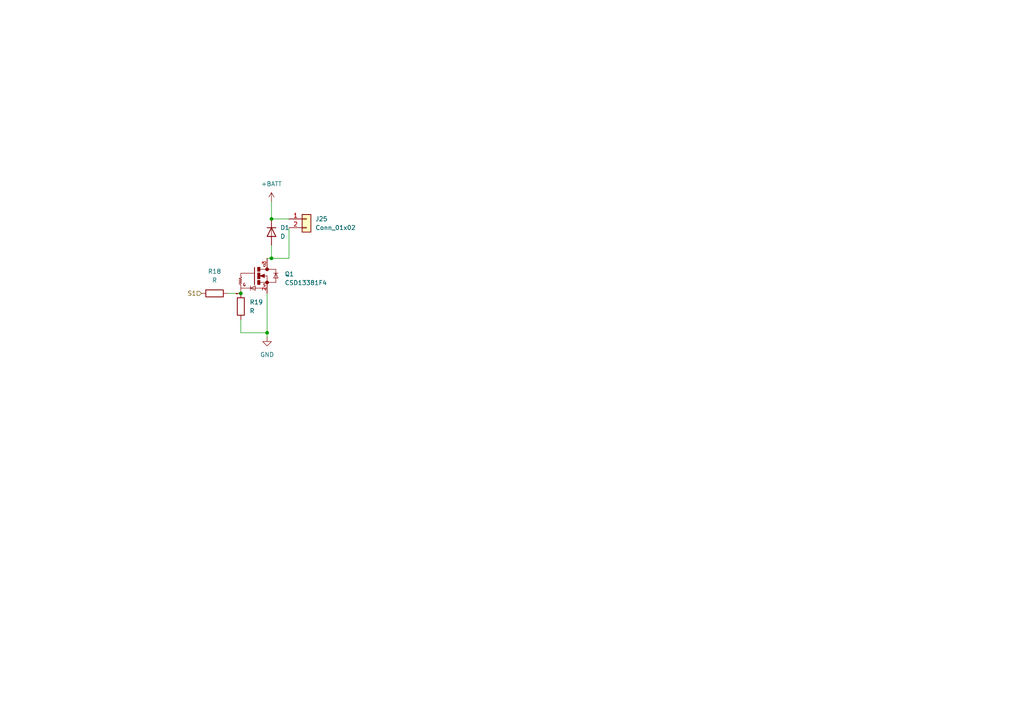
<source format=kicad_sch>
(kicad_sch (version 20250114) (generator "eeschema") (generator_version "9.0")
  (paper "A4")
  (lib_symbols
    (symbol "CSD13381F4:CSD13381F4" (pin_names (offset 1.016))
      (property "Reference" "Q" (at 7.6273 2.5424 0))
      (property "Value" "CSD13381F4" (at 7.6306 0 0))
      (symbol "CSD13381F4_0_0"
        (polyline (pts (xy -5.588 -0.762) (xy -4.826 -0.508)) (stroke (width 0.1524)))
        (polyline (pts (xy -5.588 -1.27) (xy -4.826 -1.016)) (stroke (width 0.1524)))
        (polyline (pts (xy -5.588 -1.778) (xy -4.826 -1.524)) (stroke (width 0.1524)))
        (polyline (pts (xy -5.588 -2.286) (xy -4.826 -2.032)) (stroke (width 0.1524)))
        (polyline (pts (xy -5.08 0.762) (xy -1.27 0.762)) (stroke (width 0.1524)))
        (polyline (pts (xy -5.08 -0.254) (xy -5.08 0.762)) (stroke (width 0.1524)))
        (polyline (pts (xy -5.08 -2.54) (xy -5.588 -2.286)) (stroke (width 0.1524)))
        (polyline (pts (xy -5.08 -3.556) (xy -5.08 -2.54)) (stroke (width 0.1524)))
        (polyline (pts (xy -5.08 -5.08) (xy -5.08 -3.556)) (stroke (width 0.1524)))
        (polyline (pts (xy -4.826 -0.508) (xy -5.08 -0.254)) (stroke (width 0.1524)))
        (polyline (pts (xy -4.826 -1.016) (xy -5.588 -0.762)) (stroke (width 0.1524)))
        (polyline (pts (xy -4.826 -1.524) (xy -5.588 -1.27)) (stroke (width 0.1524)))
        (polyline (pts (xy -4.826 -2.032) (xy -5.588 -1.778)) (stroke (width 0.1524)))
        (polyline (pts (xy -2.286 -3.556) (xy -5.08 -3.556)) (stroke (width 0.1524)))
        (polyline (pts (xy -2.286 -3.556) (xy -2.286 -2.921)) (stroke (width 0.1524)))
        (polyline (pts (xy -2.286 -3.556) (xy -0.889 -4.191)) (stroke (width 0.1524)))
        (polyline (pts (xy -2.286 -3.556) (xy 2.54 -3.556)) (stroke (width 0.1524)))
        (polyline (pts (xy -2.286 -4.191) (xy -2.286 -3.556)) (stroke (width 0.1524)))
        (polyline (pts (xy -1.1176 2.413) (xy -1.1176 -2.54)) (stroke (width 0.254)))
        (polyline (pts (xy -0.889 -2.921) (xy -2.286 -3.556)) (stroke (width 0.1524)))
        (polyline (pts (xy -0.889 -4.191) (xy -0.889 -2.921)) (stroke (width 0.1524)))
        (rectangle (start -0.2543 1.2714) (end 0.508 2.54) (stroke (width 0.1)) (fill (type outline)))
        (rectangle (start -0.2543 -0.8901) (end 0.508 0.889) (stroke (width 0.1)) (fill (type outline)))
        (rectangle (start -0.2542 -2.542) (end 0.508 -1.27) (stroke (width 0.1)) (fill (type outline)))
        (polyline (pts (xy 0.508 0) (xy 1.778 -0.508)) (stroke (width 0.1524)))
        (polyline (pts (xy 0.508 -1.905) (xy 2.54 -1.905)) (stroke (width 0.1524)))
        (polyline (pts (xy 0.762 0) (xy 1.651 -0.254)) (stroke (width 0.3048)))
        (polyline (pts (xy 1.651 0.254) (xy 0.762 0)) (stroke (width 0.3048)))
        (polyline (pts (xy 1.651 0) (xy 1.397 0)) (stroke (width 0.3048)))
        (polyline (pts (xy 1.651 0) (xy 2.54 0)) (stroke (width 0.1524)))
        (polyline (pts (xy 1.651 -0.254) (xy 1.651 0)) (stroke (width 0.3048)))
        (polyline (pts (xy 1.778 0.508) (xy 0.508 0)) (stroke (width 0.1524)))
        (polyline (pts (xy 1.778 -0.508) (xy 1.778 0.508)) (stroke (width 0.1524)))
        (polyline (pts (xy 2.54 2.54) (xy 2.54 1.905)) (stroke (width 0.1524)))
        (polyline (pts (xy 2.54 1.905) (xy 0.5334 1.905)) (stroke (width 0.1524)))
        (polyline (pts (xy 2.54 1.905) (xy 5.08 1.905)) (stroke (width 0.1524)))
        (circle (center 2.54 1.905) (radius 0.127) (stroke (width 0.4064)))
        (polyline (pts (xy 2.54 0) (xy 2.54 -1.905)) (stroke (width 0.1524)))
        (polyline (pts (xy 2.54 -1.905) (xy 2.54 -2.54)) (stroke (width 0.1524)))
        (circle (center 2.54 -1.905) (radius 0.127) (stroke (width 0.4064)))
        (polyline (pts (xy 4.445 0.762) (xy 5.08 0.762)) (stroke (width 0.1524)))
        (polyline (pts (xy 4.445 -0.635) (xy 5.715 -0.635)) (stroke (width 0.1524)))
        (polyline (pts (xy 5.08 1.905) (xy 5.08 0.762)) (stroke (width 0.1524)))
        (polyline (pts (xy 5.08 0.762) (xy 4.445 -0.635)) (stroke (width 0.1524)))
        (polyline (pts (xy 5.08 0.762) (xy 5.08 -1.905)) (stroke (width 0.1524)))
        (polyline (pts (xy 5.08 0.762) (xy 5.715 0.762)) (stroke (width 0.1524)))
        (polyline (pts (xy 5.08 -1.905) (xy 2.54 -1.905)) (stroke (width 0.1524)))
        (polyline (pts (xy 5.715 -0.635) (xy 5.08 0.762)) (stroke (width 0.1524)))
        (text "G" (at -4.5768 -3.0512 0) (effects (font (size 0.8136 0.8136)) (justify left bottom)))
        (text "S" (at 1.2716 -3.179 0) (effects (font (size 0.8138 0.8138)) (justify left bottom)))
        (text "D" (at 1.2721 2.5443 0) (effects (font (size 0.8142 0.8142)) (justify left bottom)))
        (pin passive line (at -5.08 -5.08 90) (length 0) (name "~") (number "1"))
        (pin passive line (at 2.54 5.08 270) (length 2.54) (name "~") (number "3"))
        (pin passive line (at 2.54 -5.08 90) (length 2.54) (name "~") (number "2"))
      )
    )
    (symbol "Connector_Generic:Conn_01x02" (pin_names (offset 1.016) (hide yes))
      (property "Reference" "J" (at 0 2.54 0))
      (property "Value" "Conn_01x02" (at 0 -5.08 0))
      (symbol "Conn_01x02_1_1"
        (rectangle (start -1.27 1.27) (end 1.27 -3.81) (stroke (width 0.254)) (fill (type background)))
        (rectangle (start -1.27 0.127) (end 0 -0.127) (stroke (width 0.1524)))
        (rectangle (start -1.27 -2.413) (end 0 -2.667) (stroke (width 0.1524)))
        (pin passive line (at -5.08 0 0) (length 3.81) (name "Pin_1") (number "1"))
        (pin passive line (at -5.08 -2.54 0) (length 3.81) (name "Pin_2") (number "2"))
      )
    )
    (symbol "Device:D" (pin_numbers (hide yes)) (pin_names (offset 1.016) (hide yes))
      (property "Reference" "D" (at 0 2.54 0))
      (property "Value" "D" (at 0 -2.54 0))
      (symbol "D_0_1"
        (polyline (pts (xy -1.27 1.27) (xy -1.27 -1.27)) (stroke (width 0.254)))
        (polyline (pts (xy 1.27 1.27) (xy 1.27 -1.27) (xy -1.27 0) (xy 1.27 1.27)) (stroke (width 0.254)))
        (polyline (pts (xy 1.27 0) (xy -1.27 0)))
      )
      (symbol "D_1_1"
        (pin passive line (at -3.81 0 0) (length 2.54) (name "K") (number "1"))
        (pin passive line (at 3.81 0 180) (length 2.54) (name "A") (number "2"))
      )
    )
    (symbol "Device:R" (pin_numbers (hide yes)) (pin_names (offset 0))
      (property "Reference" "R" (at 2.032 0 90))
      (property "Value" "R" (at 0 0 90))
      (symbol "R_0_1"
        (rectangle (start -1.016 -2.54) (end 1.016 2.54) (stroke (width 0.254)))
      )
      (symbol "R_1_1"
        (pin passive line (at 0 3.81 270) (length 1.27) (name "~") (number "1"))
        (pin passive line (at 0 -3.81 90) (length 1.27) (name "~") (number "2"))
      )
    )
    (symbol "power:+BATT" (power) (pin_numbers (hide yes)) (pin_names (offset 0) (hide yes))
      (property "Value" "+BATT" (at 0 3.556 0))
      (symbol "+BATT_0_1"
        (polyline (pts (xy -0.762 1.27) (xy 0 2.54)))
        (polyline (pts (xy 0 2.54) (xy 0.762 1.27)))
        (polyline (pts (xy 0 0) (xy 0 2.54)))
      )
      (symbol "+BATT_1_1"
        (pin power_in line (at 0 0 90) (length 0) (name "~") (number "1"))
      )
    )
    (symbol "power:GND" (power) (pin_numbers (hide yes)) (pin_names (offset 0) (hide yes))
      (property "Value" "GND" (at 0 -3.81 0))
      (symbol "GND_0_1"
        (polyline (pts (xy 0 0) (xy 0 -1.27) (xy 1.27 -1.27) (xy 0 -2.54) (xy -1.27 -1.27) (xy 0 -1.27)))
      )
      (symbol "GND_1_1"
        (pin power_in line (at 0 0 270) (length 0) (name "~") (number "1"))
      )
    )
  )
  (junction (at 78.74 74.93))
  (junction (at 78.74 63.5))
  (junction (at 77.47 96.52))
  (junction (at 69.85 85.09))
  (wire (pts (xy 83.82 66.04) (xy 83.82 74.93)))
  (wire (pts (xy 69.85 96.52) (xy 77.47 96.52)))
  (wire (pts (xy 77.47 97.79) (xy 77.47 96.52)))
  (wire (pts (xy 78.74 71.12) (xy 78.74 74.93)))
  (wire (pts (xy 77.47 96.52) (xy 77.47 85.09)))
  (wire (pts (xy 69.85 92.71) (xy 69.85 96.52)))
  (wire (pts (xy 66.04 85.09) (xy 69.85 85.09)))
  (wire (pts (xy 78.74 63.5) (xy 83.82 63.5)))
  (wire (pts (xy 83.82 74.93) (xy 78.74 74.93)))
  (wire (pts (xy 78.74 58.42) (xy 78.74 63.5)))
  (wire (pts (xy 78.74 74.93) (xy 77.47 74.93)))
  (hierarchical_label "S1" (shape input) (at 58.42 85.09 180))
  (symbol (lib_id "Connector_Generic:Conn_01x02") (at 88.9 63.5 0) (unit 1)
    (property "Reference" "J25" (at 91.44 63.4999 0) (effects (justify left)))
    (property "Value" "Conn_01x02" (at 91.44 66.0399 0) (effects (justify left)))
    (property "Footprint" "TerminalBlock_Phoenix:TerminalBlock_Phoenix_MPT-0,5-2-2.54_1x02_P2.54mm_Horizontal" (effects (hide yes)))
    (property "Description" "Generic connector, single row, 01x02, script generated (kicad-library-utils/schlib/autogen/connector/)" (effects (hide yes)))
  )
  (symbol (lib_id "CSD13381F4:CSD13381F4") (at 74.93 80.01 0) (unit 1)
    (property "Reference" "Q1" (at 82.55 79.486 0) (effects (justify left)))
    (property "Value" "CSD13381F4" (at 82.55 82.026 0) (effects (justify left)))
    (property "Footprint" "CSD13381F4:DFN100X60X35-3N" (effects (hide yes)))
    (property "MF" "Texas Instruments" (effects (hide yes)))
    (property "Description_1" "12-V, N channel NexFET™ power MOSFET, single LGA 1 mm x  0.6mm, 180 mOhm, gate ESD protection" (effects (hide yes)))
    (property "Package" "PICOSTAR-3 Texas Instruments" (effects (hide yes)))
    (property "Price" "None" (effects (hide yes)))
    (property "Check_prices" "https://www.snapeda.com/parts/CSD13381F4/Texas+Instruments/view-part/?ref=eda" (effects (hide yes)))
    (property "SnapEDA_Link" "https://www.snapeda.com/parts/CSD13381F4/Texas+Instruments/view-part/?ref=snap" (effects (hide yes)))
    (property "MP" "CSD13381F4" (effects (hide yes)))
    (property "Availability" "In Stock" (effects (hide yes)))
    (property "MANUFACTURER" "Texas Instruments" (effects (hide yes)))
  )
  (symbol (lib_id "power:+BATT") (at 78.74 58.42 0) (unit 1)
    (property "Reference" "#PWR097" (effects (hide yes)))
    (property "Value" "+BATT" (at 78.74 53.34 0))
    (property "Description" "Power symbol creates a global label with name \"+BATT\"" (effects (hide yes)))
  )
  (symbol (lib_id "power:GND") (at 77.47 97.79 0) (unit 1)
    (property "Reference" "#PWR096" (effects (hide yes)))
    (property "Value" "GND" (at 77.47 102.87 0))
    (property "Description" "Power symbol creates a global label with name \"GND\" , ground" (effects (hide yes)))
  )
  (symbol (lib_id "Device:D") (at 78.74 67.31 270) (unit 1)
    (property "Reference" "D1" (at 81.28 66.0399 90) (effects (justify left)))
    (property "Value" "D" (at 81.28 68.5799 90) (effects (justify left)))
    (property "Footprint" "Diode_SMD:D_SOD-123" (effects (hide yes)))
    (property "Description" "Diode" (effects (hide yes)))
    (property "Sim.Device" "D" (effects (hide yes)))
    (property "Sim.Pins" "1=K 2=A" (effects (hide yes)))
  )
  (symbol (lib_id "Device:R") (at 62.23 85.09 90) (unit 1)
    (property "Reference" "R18" (at 62.23 78.74 90))
    (property "Value" "R" (at 62.23 81.28 90))
    (property "Description" "Resistor" (effects (hide yes)))
  )
  (symbol (lib_id "Device:R") (at 69.85 88.9 0) (unit 1)
    (property "Reference" "R19" (at 72.39 87.6299 0) (effects (justify left)))
    (property "Value" "R" (at 72.39 90.1699 0) (effects (justify left)))
    (property "Description" "Resistor" (effects (hide yes)))
  )
)
</source>
